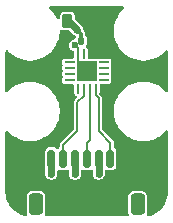
<source format=gbr>
%TF.GenerationSoftware,KiCad,Pcbnew,9.0.3*%
%TF.CreationDate,2025-08-14T12:49:38-04:00*%
%TF.ProjectId,rotour_mt6701_breakout,726f746f-7572-45f6-9d74-363730315f62,rev?*%
%TF.SameCoordinates,Original*%
%TF.FileFunction,Copper,L1,Top*%
%TF.FilePolarity,Positive*%
%FSLAX46Y46*%
G04 Gerber Fmt 4.6, Leading zero omitted, Abs format (unit mm)*
G04 Created by KiCad (PCBNEW 9.0.3) date 2025-08-14 12:49:38*
%MOMM*%
%LPD*%
G01*
G04 APERTURE LIST*
G04 Aperture macros list*
%AMRoundRect*
0 Rectangle with rounded corners*
0 $1 Rounding radius*
0 $2 $3 $4 $5 $6 $7 $8 $9 X,Y pos of 4 corners*
0 Add a 4 corners polygon primitive as box body*
4,1,4,$2,$3,$4,$5,$6,$7,$8,$9,$2,$3,0*
0 Add four circle primitives for the rounded corners*
1,1,$1+$1,$2,$3*
1,1,$1+$1,$4,$5*
1,1,$1+$1,$6,$7*
1,1,$1+$1,$8,$9*
0 Add four rect primitives between the rounded corners*
20,1,$1+$1,$2,$3,$4,$5,0*
20,1,$1+$1,$4,$5,$6,$7,0*
20,1,$1+$1,$6,$7,$8,$9,0*
20,1,$1+$1,$8,$9,$2,$3,0*%
G04 Aperture macros list end*
%TA.AperFunction,SMDPad,CuDef*%
%ADD10RoundRect,0.062500X-0.350000X-0.062500X0.350000X-0.062500X0.350000X0.062500X-0.350000X0.062500X0*%
%TD*%
%TA.AperFunction,SMDPad,CuDef*%
%ADD11RoundRect,0.062500X-0.062500X-0.350000X0.062500X-0.350000X0.062500X0.350000X-0.062500X0.350000X0*%
%TD*%
%TA.AperFunction,HeatsinkPad*%
%ADD12R,1.700000X1.700000*%
%TD*%
%TA.AperFunction,SMDPad,CuDef*%
%ADD13RoundRect,0.225000X0.225000X0.375000X-0.225000X0.375000X-0.225000X-0.375000X0.225000X-0.375000X0*%
%TD*%
%TA.AperFunction,SMDPad,CuDef*%
%ADD14RoundRect,0.140000X0.140000X0.170000X-0.140000X0.170000X-0.140000X-0.170000X0.140000X-0.170000X0*%
%TD*%
%TA.AperFunction,SMDPad,CuDef*%
%ADD15RoundRect,0.150000X-0.150000X-0.625000X0.150000X-0.625000X0.150000X0.625000X-0.150000X0.625000X0*%
%TD*%
%TA.AperFunction,SMDPad,CuDef*%
%ADD16RoundRect,0.250000X-0.350000X-0.650000X0.350000X-0.650000X0.350000X0.650000X-0.350000X0.650000X0*%
%TD*%
%TA.AperFunction,ViaPad*%
%ADD17C,0.600000*%
%TD*%
%TA.AperFunction,Conductor*%
%ADD18C,0.300000*%
%TD*%
%TA.AperFunction,Conductor*%
%ADD19C,0.600000*%
%TD*%
%TA.AperFunction,Conductor*%
%ADD20C,0.200000*%
%TD*%
G04 APERTURE END LIST*
D10*
%TO.P,U1,1,NC*%
%TO.N,unconnected-(U1-NC-Pad1)*%
X143537500Y-86050000D03*
%TO.P,U1,2,NC*%
%TO.N,unconnected-(U1-NC-Pad2)*%
X143537500Y-86550000D03*
%TO.P,U1,3,NC*%
%TO.N,unconnected-(U1-NC-Pad3)*%
X143537500Y-87050000D03*
%TO.P,U1,4,NC*%
%TO.N,unconnected-(U1-NC-Pad4)*%
X143537500Y-87550000D03*
D11*
%TO.P,U1,5,PUSH*%
%TO.N,unconnected-(U1-PUSH-Pad5)*%
X144250000Y-88262500D03*
%TO.P,U1,6,A*%
%TO.N,/MISO*%
X144750000Y-88262500D03*
%TO.P,U1,7,B*%
%TO.N,/CLK*%
X145250000Y-88262500D03*
%TO.P,U1,8,Z*%
%TO.N,/CS*%
X145750000Y-88262500D03*
D10*
%TO.P,U1,9,W*%
%TO.N,unconnected-(U1-W-Pad9)*%
X146462500Y-87550000D03*
%TO.P,U1,10,NC*%
%TO.N,unconnected-(U1-NC-Pad10)*%
X146462500Y-87050000D03*
%TO.P,U1,11,U*%
%TO.N,unconnected-(U1-U-Pad11)*%
X146462500Y-86550000D03*
%TO.P,U1,12,V*%
%TO.N,unconnected-(U1-V-Pad12)*%
X146462500Y-86050000D03*
D11*
%TO.P,U1,13,VDD*%
%TO.N,+3V3*%
X145750000Y-85337500D03*
%TO.P,U1,14,MODE*%
X145250000Y-85337500D03*
%TO.P,U1,15,OUT*%
%TO.N,unconnected-(U1-OUT-Pad15)*%
X144750000Y-85337500D03*
%TO.P,U1,16,GND*%
%TO.N,GND*%
X144250000Y-85337500D03*
D12*
%TO.P,U1,17,GND*%
X145000000Y-86800000D03*
%TD*%
D13*
%TO.P,D1,1,K*%
%TO.N,+3V3*%
X146650000Y-82550000D03*
%TO.P,D1,2,A*%
%TO.N,GND*%
X143350000Y-82550000D03*
%TD*%
D14*
%TO.P,C1,1*%
%TO.N,+3V3*%
X145480000Y-84200000D03*
%TO.P,C1,2*%
%TO.N,GND*%
X144520000Y-84200000D03*
%TD*%
D15*
%TO.P,J1,1,Pin_1*%
%TO.N,GND*%
X142000000Y-94200000D03*
%TO.P,J1,2,Pin_2*%
%TO.N,/MISO*%
X143000000Y-94200000D03*
%TO.P,J1,3,Pin_3*%
%TO.N,GND*%
X144000000Y-94200000D03*
%TO.P,J1,4,Pin_4*%
%TO.N,/CLK*%
X145000000Y-94200000D03*
%TO.P,J1,5,Pin_5*%
%TO.N,GND*%
X146000000Y-94200000D03*
%TO.P,J1,6,Pin_6*%
%TO.N,/CS*%
X147000000Y-94200000D03*
%TO.P,J1,7,Pin_7*%
%TO.N,+3V3*%
X148000000Y-94200000D03*
D16*
%TO.P,J1,MP,MountPin*%
%TO.N,unconnected-(J1-MountPin-PadMP)_1*%
X140700000Y-98075000D03*
%TO.N,unconnected-(J1-MountPin-PadMP)*%
X149300000Y-98075000D03*
%TD*%
D17*
%TO.N,GND*%
X144000000Y-84600000D03*
X146000000Y-95500000D03*
X144000000Y-95500000D03*
X142000000Y-95500000D03*
X144200000Y-83300000D03*
%TD*%
D18*
%TO.N,GND*%
X144520000Y-84200000D02*
X144520000Y-83620000D01*
D19*
X142000000Y-94200000D02*
X142000000Y-95500000D01*
X146000000Y-94200000D02*
X146000000Y-95500000D01*
X144000000Y-94200000D02*
X144000000Y-95500000D01*
X143450000Y-82550000D02*
X144200000Y-83300000D01*
D20*
X143350000Y-82550000D02*
X143450000Y-82550000D01*
X144000000Y-84600000D02*
X144120000Y-84600000D01*
X144250000Y-84850000D02*
X144000000Y-84600000D01*
X144250000Y-85337500D02*
X144250000Y-86050000D01*
D18*
X144520000Y-83620000D02*
X144200000Y-83300000D01*
D20*
X144250000Y-85337500D02*
X144250000Y-84850000D01*
X144250000Y-86050000D02*
X145000000Y-86800000D01*
X144120000Y-84600000D02*
X144520000Y-84200000D01*
%TO.N,/MISO*%
X144200000Y-89425000D02*
X144750000Y-88875000D01*
X143000000Y-93050000D02*
X144200000Y-91850000D01*
X144200000Y-91850000D02*
X144200000Y-89425000D01*
X144750000Y-88875000D02*
X144750000Y-88262500D01*
X143000000Y-94200000D02*
X143000000Y-93050000D01*
%TO.N,/CLK*%
X145000000Y-94200000D02*
X145000000Y-92850000D01*
X145250000Y-92600000D02*
X145250000Y-88262500D01*
X145000000Y-92850000D02*
X145250000Y-92600000D01*
%TO.N,/CS*%
X146000000Y-89100000D02*
X145750000Y-88850000D01*
X145750000Y-88850000D02*
X145750000Y-88262500D01*
X147000000Y-94200000D02*
X147000000Y-92850000D01*
X146000000Y-91850000D02*
X146000000Y-89100000D01*
X147000000Y-92850000D02*
X146000000Y-91850000D01*
%TD*%
%TA.AperFunction,Conductor*%
%TO.N,+3V3*%
G36*
X148134866Y-81320185D02*
G01*
X148180621Y-81372989D01*
X148190565Y-81442147D01*
X148161540Y-81505703D01*
X148145140Y-81521447D01*
X148131175Y-81532583D01*
X147932583Y-81731175D01*
X147757476Y-81950753D01*
X147608053Y-82188557D01*
X147486200Y-82441588D01*
X147393443Y-82706670D01*
X147393439Y-82706682D01*
X147330945Y-82980487D01*
X147330942Y-82980505D01*
X147299500Y-83259568D01*
X147299500Y-83540431D01*
X147330942Y-83819494D01*
X147330945Y-83819512D01*
X147393439Y-84093317D01*
X147393443Y-84093329D01*
X147486200Y-84358411D01*
X147608053Y-84611442D01*
X147608055Y-84611445D01*
X147757477Y-84849248D01*
X147878094Y-85000497D01*
X147932581Y-85068822D01*
X147932584Y-85068825D01*
X148131175Y-85267416D01*
X148350752Y-85442523D01*
X148588555Y-85591945D01*
X148841592Y-85713801D01*
X149024276Y-85777725D01*
X149106670Y-85806556D01*
X149106682Y-85806560D01*
X149380491Y-85869055D01*
X149380497Y-85869055D01*
X149380505Y-85869057D01*
X149566547Y-85890018D01*
X149659569Y-85900499D01*
X149659572Y-85900500D01*
X149659575Y-85900500D01*
X149940428Y-85900500D01*
X149940429Y-85900499D01*
X150083055Y-85884429D01*
X150219494Y-85869057D01*
X150219499Y-85869056D01*
X150219509Y-85869055D01*
X150493318Y-85806560D01*
X150758408Y-85713801D01*
X151011445Y-85591945D01*
X151249248Y-85442523D01*
X151468825Y-85267416D01*
X151667416Y-85068825D01*
X151678552Y-85054861D01*
X151735740Y-85014721D01*
X151805552Y-85011871D01*
X151865822Y-85047216D01*
X151897415Y-85109535D01*
X151899499Y-85132174D01*
X151899499Y-88467825D01*
X151879814Y-88534864D01*
X151827010Y-88580619D01*
X151757852Y-88590563D01*
X151694296Y-88561538D01*
X151678554Y-88545140D01*
X151667420Y-88531179D01*
X151468824Y-88332583D01*
X151413060Y-88288113D01*
X151249248Y-88157477D01*
X151011445Y-88008055D01*
X151011442Y-88008053D01*
X150758411Y-87886200D01*
X150493329Y-87793443D01*
X150493317Y-87793439D01*
X150219512Y-87730945D01*
X150219494Y-87730942D01*
X149940431Y-87699500D01*
X149940425Y-87699500D01*
X149659575Y-87699500D01*
X149659568Y-87699500D01*
X149380505Y-87730942D01*
X149380487Y-87730945D01*
X149106682Y-87793439D01*
X149106670Y-87793443D01*
X148841588Y-87886200D01*
X148588557Y-88008053D01*
X148350753Y-88157476D01*
X148131175Y-88332583D01*
X147932583Y-88531175D01*
X147757476Y-88750753D01*
X147608053Y-88988557D01*
X147486200Y-89241588D01*
X147393443Y-89506670D01*
X147393439Y-89506682D01*
X147330945Y-89780487D01*
X147330942Y-89780505D01*
X147299500Y-90059568D01*
X147299500Y-90340431D01*
X147330942Y-90619494D01*
X147330945Y-90619512D01*
X147393439Y-90893317D01*
X147393443Y-90893329D01*
X147486200Y-91158411D01*
X147608053Y-91411442D01*
X147608055Y-91411445D01*
X147757477Y-91649248D01*
X147798369Y-91700525D01*
X147932581Y-91868822D01*
X147932584Y-91868825D01*
X148131175Y-92067416D01*
X148350752Y-92242523D01*
X148588555Y-92391945D01*
X148841592Y-92513801D01*
X149040680Y-92583465D01*
X149106670Y-92606556D01*
X149106682Y-92606560D01*
X149380491Y-92669055D01*
X149380497Y-92669055D01*
X149380505Y-92669057D01*
X149566547Y-92690018D01*
X149659569Y-92700499D01*
X149659572Y-92700500D01*
X149659575Y-92700500D01*
X149940428Y-92700500D01*
X149940429Y-92700499D01*
X150083055Y-92684429D01*
X150219494Y-92669057D01*
X150219499Y-92669056D01*
X150219509Y-92669055D01*
X150493318Y-92606560D01*
X150758408Y-92513801D01*
X151011445Y-92391945D01*
X151249248Y-92242523D01*
X151468825Y-92067416D01*
X151667416Y-91868825D01*
X151678550Y-91854862D01*
X151735738Y-91814722D01*
X151805550Y-91811872D01*
X151865820Y-91847217D01*
X151897414Y-91909535D01*
X151899498Y-91932175D01*
X151899498Y-96995948D01*
X151899232Y-97004058D01*
X151882067Y-97265929D01*
X151879950Y-97282010D01*
X151829544Y-97535419D01*
X151825346Y-97551087D01*
X151742296Y-97795744D01*
X151736089Y-97810729D01*
X151621812Y-98042459D01*
X151613702Y-98056505D01*
X151470158Y-98271335D01*
X151460284Y-98284204D01*
X151289927Y-98478459D01*
X151278458Y-98489928D01*
X151084203Y-98660285D01*
X151071334Y-98670159D01*
X150856504Y-98813703D01*
X150842458Y-98821813D01*
X150610728Y-98936090D01*
X150595743Y-98942297D01*
X150351086Y-99025347D01*
X150335418Y-99029545D01*
X150210115Y-99054469D01*
X150140523Y-99048242D01*
X150085346Y-99005379D01*
X150062102Y-98939489D01*
X150068882Y-98891901D01*
X150097646Y-98809699D01*
X150100500Y-98779266D01*
X150100500Y-97370734D01*
X150097646Y-97340301D01*
X150097646Y-97340300D01*
X150097646Y-97340298D01*
X150052793Y-97212119D01*
X150052792Y-97212117D01*
X149972150Y-97102850D01*
X149862882Y-97022207D01*
X149862880Y-97022206D01*
X149734700Y-96977353D01*
X149704270Y-96974500D01*
X149704266Y-96974500D01*
X148895734Y-96974500D01*
X148895730Y-96974500D01*
X148865300Y-96977353D01*
X148865298Y-96977353D01*
X148737119Y-97022206D01*
X148737117Y-97022207D01*
X148627850Y-97102850D01*
X148547207Y-97212117D01*
X148547206Y-97212119D01*
X148502353Y-97340298D01*
X148502353Y-97340300D01*
X148499500Y-97370730D01*
X148499500Y-98779269D01*
X148502353Y-98809699D01*
X148502354Y-98809701D01*
X148546039Y-98934545D01*
X148549601Y-99004324D01*
X148514873Y-99064951D01*
X148452879Y-99097179D01*
X148428998Y-99099500D01*
X141571002Y-99099500D01*
X141503963Y-99079815D01*
X141458208Y-99027011D01*
X141448264Y-98957853D01*
X141453961Y-98934545D01*
X141494664Y-98818220D01*
X141497646Y-98809699D01*
X141500500Y-98779266D01*
X141500500Y-97370734D01*
X141497646Y-97340301D01*
X141497646Y-97340300D01*
X141497646Y-97340298D01*
X141452793Y-97212119D01*
X141452792Y-97212117D01*
X141372150Y-97102850D01*
X141262882Y-97022207D01*
X141262880Y-97022206D01*
X141134700Y-96977353D01*
X141104270Y-96974500D01*
X141104266Y-96974500D01*
X140295734Y-96974500D01*
X140295730Y-96974500D01*
X140265300Y-96977353D01*
X140265298Y-96977353D01*
X140137119Y-97022206D01*
X140137117Y-97022207D01*
X140027850Y-97102850D01*
X139947207Y-97212117D01*
X139947206Y-97212119D01*
X139902353Y-97340298D01*
X139902353Y-97340300D01*
X139899500Y-97370730D01*
X139899500Y-98779269D01*
X139902353Y-98809697D01*
X139931117Y-98891900D01*
X139931456Y-98898550D01*
X139934752Y-98904338D01*
X139933215Y-98933010D01*
X139934678Y-98961678D01*
X139931368Y-98967455D01*
X139931012Y-98974107D01*
X139914218Y-98997395D01*
X139899949Y-99022306D01*
X139894039Y-99025377D01*
X139890145Y-99030779D01*
X139863433Y-99041288D01*
X139837956Y-99054533D01*
X139829797Y-99054522D01*
X139825127Y-99056360D01*
X139789884Y-99054471D01*
X139664579Y-99029546D01*
X139648911Y-99025348D01*
X139586976Y-99004324D01*
X139478364Y-98967455D01*
X139404254Y-98942298D01*
X139389269Y-98936091D01*
X139157539Y-98821814D01*
X139143493Y-98813704D01*
X138928663Y-98670160D01*
X138915794Y-98660286D01*
X138721539Y-98489929D01*
X138710070Y-98478460D01*
X138539713Y-98284205D01*
X138529839Y-98271336D01*
X138386295Y-98056506D01*
X138378185Y-98042460D01*
X138263908Y-97810730D01*
X138257704Y-97795752D01*
X138174648Y-97551077D01*
X138170453Y-97535420D01*
X138160561Y-97485691D01*
X138120046Y-97282005D01*
X138117931Y-97265949D01*
X138100764Y-97004028D01*
X138100500Y-96995948D01*
X138100500Y-91932172D01*
X138120185Y-91865133D01*
X138172989Y-91819378D01*
X138242147Y-91809434D01*
X138305703Y-91838459D01*
X138321449Y-91854862D01*
X138332581Y-91868822D01*
X138332583Y-91868824D01*
X138332584Y-91868825D01*
X138531175Y-92067416D01*
X138750752Y-92242523D01*
X138988555Y-92391945D01*
X139241592Y-92513801D01*
X139440680Y-92583465D01*
X139506670Y-92606556D01*
X139506682Y-92606560D01*
X139780491Y-92669055D01*
X139780497Y-92669055D01*
X139780505Y-92669057D01*
X139966547Y-92690018D01*
X140059569Y-92700499D01*
X140059572Y-92700500D01*
X140059575Y-92700500D01*
X140340428Y-92700500D01*
X140340429Y-92700499D01*
X140483055Y-92684429D01*
X140619494Y-92669057D01*
X140619499Y-92669056D01*
X140619509Y-92669055D01*
X140893318Y-92606560D01*
X141158408Y-92513801D01*
X141411445Y-92391945D01*
X141649248Y-92242523D01*
X141868825Y-92067416D01*
X142067416Y-91868825D01*
X142242523Y-91649248D01*
X142391945Y-91411445D01*
X142513801Y-91158408D01*
X142606560Y-90893318D01*
X142669055Y-90619509D01*
X142700500Y-90340425D01*
X142700500Y-90059575D01*
X142669055Y-89780491D01*
X142606560Y-89506682D01*
X142513801Y-89241592D01*
X142391945Y-88988555D01*
X142242523Y-88750752D01*
X142067416Y-88531175D01*
X141868825Y-88332584D01*
X141649248Y-88157477D01*
X141411445Y-88008055D01*
X141411442Y-88008053D01*
X141158411Y-87886200D01*
X140893329Y-87793443D01*
X140893317Y-87793439D01*
X140619512Y-87730945D01*
X140619494Y-87730942D01*
X140340431Y-87699500D01*
X140340425Y-87699500D01*
X140059575Y-87699500D01*
X140059568Y-87699500D01*
X139780505Y-87730942D01*
X139780487Y-87730945D01*
X139506682Y-87793439D01*
X139506670Y-87793443D01*
X139241588Y-87886200D01*
X138988557Y-88008053D01*
X138750753Y-88157476D01*
X138531175Y-88332583D01*
X138332583Y-88531175D01*
X138321447Y-88545140D01*
X138264258Y-88585280D01*
X138194446Y-88588130D01*
X138134177Y-88552784D01*
X138102584Y-88490465D01*
X138100500Y-88467827D01*
X138100500Y-85132172D01*
X138120185Y-85065133D01*
X138172989Y-85019378D01*
X138242147Y-85009434D01*
X138305703Y-85038459D01*
X138321449Y-85054862D01*
X138332581Y-85068822D01*
X138332583Y-85068824D01*
X138332584Y-85068825D01*
X138531175Y-85267416D01*
X138750752Y-85442523D01*
X138988555Y-85591945D01*
X139241592Y-85713801D01*
X139424276Y-85777725D01*
X139506670Y-85806556D01*
X139506682Y-85806560D01*
X139780491Y-85869055D01*
X139780497Y-85869055D01*
X139780505Y-85869057D01*
X139966547Y-85890018D01*
X140059569Y-85900499D01*
X140059572Y-85900500D01*
X140059575Y-85900500D01*
X140340428Y-85900500D01*
X140340429Y-85900499D01*
X140483055Y-85884429D01*
X140619494Y-85869057D01*
X140619499Y-85869056D01*
X140619509Y-85869055D01*
X140893318Y-85806560D01*
X141158408Y-85713801D01*
X141411445Y-85591945D01*
X141649248Y-85442523D01*
X141868825Y-85267416D01*
X142067416Y-85068825D01*
X142242523Y-84849248D01*
X142391945Y-84611445D01*
X142513801Y-84358408D01*
X142606560Y-84093318D01*
X142669055Y-83819509D01*
X142669573Y-83814918D01*
X142700499Y-83540431D01*
X142700500Y-83540427D01*
X142700500Y-83388605D01*
X142720185Y-83321566D01*
X142772989Y-83275811D01*
X142842147Y-83265867D01*
X142880787Y-83278117D01*
X142991874Y-83334719D01*
X142991876Y-83334719D01*
X142991878Y-83334720D01*
X143091507Y-83350500D01*
X143091512Y-83350500D01*
X143491324Y-83350500D01*
X143558363Y-83370185D01*
X143579005Y-83386819D01*
X143892686Y-83700500D01*
X144003279Y-83764351D01*
X144051495Y-83814918D01*
X144064718Y-83883525D01*
X144061885Y-83900551D01*
X144058966Y-83912765D01*
X144046028Y-83940513D01*
X144039500Y-83990099D01*
X144039500Y-83994251D01*
X144036788Y-84005603D01*
X144022493Y-84030563D01*
X144010855Y-84056872D01*
X144005344Y-84060506D01*
X144002065Y-84066233D01*
X143976547Y-84079501D01*
X143952530Y-84095343D01*
X143941440Y-84097755D01*
X143940074Y-84098466D01*
X143938739Y-84098343D01*
X143937076Y-84098704D01*
X143806812Y-84133608D01*
X143692686Y-84199500D01*
X143692683Y-84199502D01*
X143599502Y-84292683D01*
X143599500Y-84292686D01*
X143533608Y-84406812D01*
X143519495Y-84459485D01*
X143499500Y-84534108D01*
X143499500Y-84665892D01*
X143511452Y-84710499D01*
X143533608Y-84793187D01*
X143565974Y-84849246D01*
X143599500Y-84907314D01*
X143692686Y-85000500D01*
X143806814Y-85066392D01*
X143832596Y-85073300D01*
X143892252Y-85109661D01*
X143922783Y-85172507D01*
X143924500Y-85193073D01*
X143924500Y-85600500D01*
X143904815Y-85667539D01*
X143852011Y-85713294D01*
X143800500Y-85724500D01*
X143161602Y-85724500D01*
X143084881Y-85739760D01*
X143084879Y-85739761D01*
X142997888Y-85797888D01*
X142939760Y-85884883D01*
X142939758Y-85884887D01*
X142924500Y-85961595D01*
X142924500Y-86138398D01*
X142939760Y-86215119D01*
X142950446Y-86231111D01*
X142971323Y-86297788D01*
X142952837Y-86365168D01*
X142950446Y-86368889D01*
X142939759Y-86384882D01*
X142924500Y-86461596D01*
X142924500Y-86638398D01*
X142939760Y-86715119D01*
X142950446Y-86731111D01*
X142971323Y-86797788D01*
X142952837Y-86865168D01*
X142950446Y-86868889D01*
X142939759Y-86884882D01*
X142924500Y-86961596D01*
X142924500Y-87138398D01*
X142939760Y-87215119D01*
X142950446Y-87231111D01*
X142971323Y-87297788D01*
X142952837Y-87365168D01*
X142950446Y-87368889D01*
X142939759Y-87384882D01*
X142924500Y-87461596D01*
X142924500Y-87638398D01*
X142939760Y-87715118D01*
X142939761Y-87715120D01*
X142974668Y-87767361D01*
X142997888Y-87802112D01*
X143084883Y-87860240D01*
X143084886Y-87860240D01*
X143084887Y-87860241D01*
X143123241Y-87867870D01*
X143161599Y-87875500D01*
X143800500Y-87875499D01*
X143867539Y-87895183D01*
X143913294Y-87947987D01*
X143924500Y-87999499D01*
X143924500Y-88638397D01*
X143939760Y-88715118D01*
X143939761Y-88715120D01*
X143963570Y-88750752D01*
X143997888Y-88802112D01*
X144084883Y-88860240D01*
X144084888Y-88860241D01*
X144093677Y-88863882D01*
X144119226Y-88884471D01*
X144145490Y-88904132D01*
X144146292Y-88906283D01*
X144148080Y-88907724D01*
X144158440Y-88938853D01*
X144169907Y-88969596D01*
X144169418Y-88971839D01*
X144170144Y-88974018D01*
X144162027Y-89005816D01*
X144155055Y-89037869D01*
X144153221Y-89040318D01*
X144152864Y-89041718D01*
X144133906Y-89066122D01*
X144015489Y-89184540D01*
X144015488Y-89184540D01*
X144015487Y-89184541D01*
X143959541Y-89240487D01*
X143959535Y-89240495D01*
X143919982Y-89309004D01*
X143919979Y-89309009D01*
X143899500Y-89385439D01*
X143899500Y-91674167D01*
X143879815Y-91741206D01*
X143863181Y-91761848D01*
X142759541Y-92865487D01*
X142759535Y-92865495D01*
X142719982Y-92934004D01*
X142719979Y-92934009D01*
X142699500Y-93010439D01*
X142699500Y-93182002D01*
X142690452Y-93212813D01*
X142682872Y-93244028D01*
X142680529Y-93246607D01*
X142679815Y-93249041D01*
X142661048Y-93271766D01*
X142649272Y-93282988D01*
X142643517Y-93285802D01*
X142586633Y-93342685D01*
X142585548Y-93343720D01*
X142555753Y-93359071D01*
X142526358Y-93375122D01*
X142524813Y-93375011D01*
X142523437Y-93375721D01*
X142490091Y-93372528D01*
X142456666Y-93370138D01*
X142455185Y-93369186D01*
X142453886Y-93369062D01*
X142448954Y-93365182D01*
X142412319Y-93341637D01*
X142356485Y-93285803D01*
X142251391Y-93234426D01*
X142183261Y-93224500D01*
X142183260Y-93224500D01*
X141816740Y-93224500D01*
X141816739Y-93224500D01*
X141748608Y-93234426D01*
X141643514Y-93285803D01*
X141560803Y-93368514D01*
X141509426Y-93473608D01*
X141499500Y-93541739D01*
X141499500Y-95565891D01*
X141533608Y-95693187D01*
X141566554Y-95750250D01*
X141599500Y-95807314D01*
X141692686Y-95900500D01*
X141806814Y-95966392D01*
X141934108Y-96000500D01*
X141934110Y-96000500D01*
X142065890Y-96000500D01*
X142065892Y-96000500D01*
X142193186Y-95966392D01*
X142307314Y-95900500D01*
X142400500Y-95807314D01*
X142466392Y-95693186D01*
X142500500Y-95565892D01*
X142500500Y-95434108D01*
X142500500Y-95242925D01*
X142520185Y-95175886D01*
X142572989Y-95130131D01*
X142642147Y-95120187D01*
X142678958Y-95131524D01*
X142710836Y-95147108D01*
X142748607Y-95165573D01*
X142816739Y-95175500D01*
X142816740Y-95175500D01*
X143183261Y-95175500D01*
X143217326Y-95170536D01*
X143251393Y-95165573D01*
X143321040Y-95131524D01*
X143389912Y-95119765D01*
X143454209Y-95147108D01*
X143493517Y-95204872D01*
X143499500Y-95242925D01*
X143499500Y-95565891D01*
X143533608Y-95693187D01*
X143566554Y-95750250D01*
X143599500Y-95807314D01*
X143692686Y-95900500D01*
X143806814Y-95966392D01*
X143934108Y-96000500D01*
X143934110Y-96000500D01*
X144065890Y-96000500D01*
X144065892Y-96000500D01*
X144193186Y-95966392D01*
X144307314Y-95900500D01*
X144400500Y-95807314D01*
X144466392Y-95693186D01*
X144500500Y-95565892D01*
X144500500Y-95434108D01*
X144500500Y-95242925D01*
X144520185Y-95175886D01*
X144572989Y-95130131D01*
X144642147Y-95120187D01*
X144678958Y-95131524D01*
X144710836Y-95147108D01*
X144748607Y-95165573D01*
X144816739Y-95175500D01*
X144816740Y-95175500D01*
X145183261Y-95175500D01*
X145217326Y-95170536D01*
X145251393Y-95165573D01*
X145321040Y-95131524D01*
X145389912Y-95119765D01*
X145454209Y-95147108D01*
X145493517Y-95204872D01*
X145499500Y-95242925D01*
X145499500Y-95565891D01*
X145533608Y-95693187D01*
X145566554Y-95750250D01*
X145599500Y-95807314D01*
X145692686Y-95900500D01*
X145806814Y-95966392D01*
X145934108Y-96000500D01*
X145934110Y-96000500D01*
X146065890Y-96000500D01*
X146065892Y-96000500D01*
X146193186Y-95966392D01*
X146307314Y-95900500D01*
X146400500Y-95807314D01*
X146466392Y-95693186D01*
X146500500Y-95565892D01*
X146500500Y-95434108D01*
X146500500Y-95242925D01*
X146520185Y-95175886D01*
X146572989Y-95130131D01*
X146642147Y-95120187D01*
X146678958Y-95131524D01*
X146710836Y-95147108D01*
X146748607Y-95165573D01*
X146816739Y-95175500D01*
X146816740Y-95175500D01*
X147183261Y-95175500D01*
X147205971Y-95172191D01*
X147251393Y-95165573D01*
X147356483Y-95114198D01*
X147439198Y-95031483D01*
X147490573Y-94926393D01*
X147500500Y-94858260D01*
X147500500Y-93541740D01*
X147490573Y-93473607D01*
X147439198Y-93368517D01*
X147439196Y-93368515D01*
X147439196Y-93368514D01*
X147356483Y-93285801D01*
X147352445Y-93282918D01*
X147309324Y-93227942D01*
X147300500Y-93182002D01*
X147300500Y-92810440D01*
X147300499Y-92810436D01*
X147289659Y-92769977D01*
X147280023Y-92734014D01*
X147280022Y-92734013D01*
X147280022Y-92734012D01*
X147240460Y-92665489D01*
X146336819Y-91761848D01*
X146303334Y-91700525D01*
X146300500Y-91674167D01*
X146300500Y-89060439D01*
X146295484Y-89041718D01*
X146280021Y-88984011D01*
X146271699Y-88969596D01*
X146240464Y-88915495D01*
X146240458Y-88915487D01*
X146103763Y-88778792D01*
X146070278Y-88717469D01*
X146069827Y-88666920D01*
X146075500Y-88638401D01*
X146075499Y-87999498D01*
X146095183Y-87932460D01*
X146147987Y-87886705D01*
X146199495Y-87875499D01*
X146838400Y-87875499D01*
X146915117Y-87860240D01*
X147002112Y-87802112D01*
X147060240Y-87715117D01*
X147075500Y-87638401D01*
X147075499Y-87461600D01*
X147060240Y-87384883D01*
X147060239Y-87384881D01*
X147060238Y-87384878D01*
X147049555Y-87368891D01*
X147028676Y-87302214D01*
X147047160Y-87234833D01*
X147049517Y-87231164D01*
X147060240Y-87215117D01*
X147075500Y-87138401D01*
X147075499Y-86961600D01*
X147060240Y-86884883D01*
X147060239Y-86884881D01*
X147060238Y-86884878D01*
X147049555Y-86868891D01*
X147028676Y-86802214D01*
X147047160Y-86734833D01*
X147049517Y-86731164D01*
X147060240Y-86715117D01*
X147075500Y-86638401D01*
X147075499Y-86461600D01*
X147060240Y-86384883D01*
X147060239Y-86384881D01*
X147060238Y-86384878D01*
X147049555Y-86368891D01*
X147028676Y-86302214D01*
X147047160Y-86234833D01*
X147049517Y-86231164D01*
X147060240Y-86215117D01*
X147075500Y-86138401D01*
X147075499Y-85961600D01*
X147060240Y-85884883D01*
X147060239Y-85884881D01*
X147060238Y-85884879D01*
X147007906Y-85806560D01*
X147002112Y-85797888D01*
X146915117Y-85739760D01*
X146915115Y-85739759D01*
X146915112Y-85739758D01*
X146838404Y-85724500D01*
X146086602Y-85724500D01*
X146029321Y-85735893D01*
X146009883Y-85739760D01*
X146009882Y-85739760D01*
X146009879Y-85739761D01*
X146009878Y-85739761D01*
X146009200Y-85740215D01*
X146007497Y-85740747D01*
X145998598Y-85744434D01*
X145998267Y-85743636D01*
X145942520Y-85761087D01*
X145916128Y-85758725D01*
X145869748Y-85749500D01*
X145199500Y-85749500D01*
X145132461Y-85729815D01*
X145086706Y-85677011D01*
X145075500Y-85625500D01*
X145075499Y-84961602D01*
X145075499Y-84961600D01*
X145060240Y-84884883D01*
X145060239Y-84884881D01*
X145060238Y-84884879D01*
X145036428Y-84849246D01*
X145002112Y-84797888D01*
X144954821Y-84766289D01*
X144910017Y-84712678D01*
X144901310Y-84643353D01*
X144931465Y-84580325D01*
X144936016Y-84575523D01*
X144943224Y-84568316D01*
X144993972Y-84459487D01*
X145000500Y-84409901D01*
X145000499Y-83990100D01*
X144993972Y-83940513D01*
X144943224Y-83831684D01*
X144906819Y-83795279D01*
X144873334Y-83733956D01*
X144870500Y-83707598D01*
X144870500Y-83573858D01*
X144870500Y-83573856D01*
X144846614Y-83484712D01*
X144846611Y-83484706D01*
X144800473Y-83404794D01*
X144800470Y-83404791D01*
X144800469Y-83404788D01*
X144736819Y-83341138D01*
X144703334Y-83279815D01*
X144702902Y-83277746D01*
X144700500Y-83265720D01*
X144700500Y-83234108D01*
X144676734Y-83145413D01*
X144666392Y-83106814D01*
X144600500Y-82992686D01*
X144036819Y-82429005D01*
X144003334Y-82367682D01*
X144000500Y-82341324D01*
X144000500Y-82141506D01*
X143984720Y-82041878D01*
X143984719Y-82041876D01*
X143984719Y-82041874D01*
X143923528Y-81921780D01*
X143923526Y-81921778D01*
X143923523Y-81921774D01*
X143828225Y-81826476D01*
X143828221Y-81826473D01*
X143828220Y-81826472D01*
X143708126Y-81765281D01*
X143708124Y-81765280D01*
X143708121Y-81765279D01*
X143608493Y-81749500D01*
X143608488Y-81749500D01*
X143091512Y-81749500D01*
X143091507Y-81749500D01*
X142991878Y-81765279D01*
X142871778Y-81826473D01*
X142871774Y-81826476D01*
X142776476Y-81921774D01*
X142776473Y-81921778D01*
X142715279Y-82041878D01*
X142699500Y-82141506D01*
X142699500Y-82283919D01*
X142679815Y-82350958D01*
X142627011Y-82396713D01*
X142557853Y-82406657D01*
X142494297Y-82377632D01*
X142463780Y-82337721D01*
X142391946Y-82188557D01*
X142299781Y-82041878D01*
X142242523Y-81950752D01*
X142067416Y-81731175D01*
X141868825Y-81532584D01*
X141854860Y-81521447D01*
X141814720Y-81464258D01*
X141811870Y-81394446D01*
X141847216Y-81334177D01*
X141909535Y-81302584D01*
X141932173Y-81300500D01*
X148067827Y-81300500D01*
X148134866Y-81320185D01*
G37*
%TD.AperFunction*%
%TD*%
M02*

</source>
